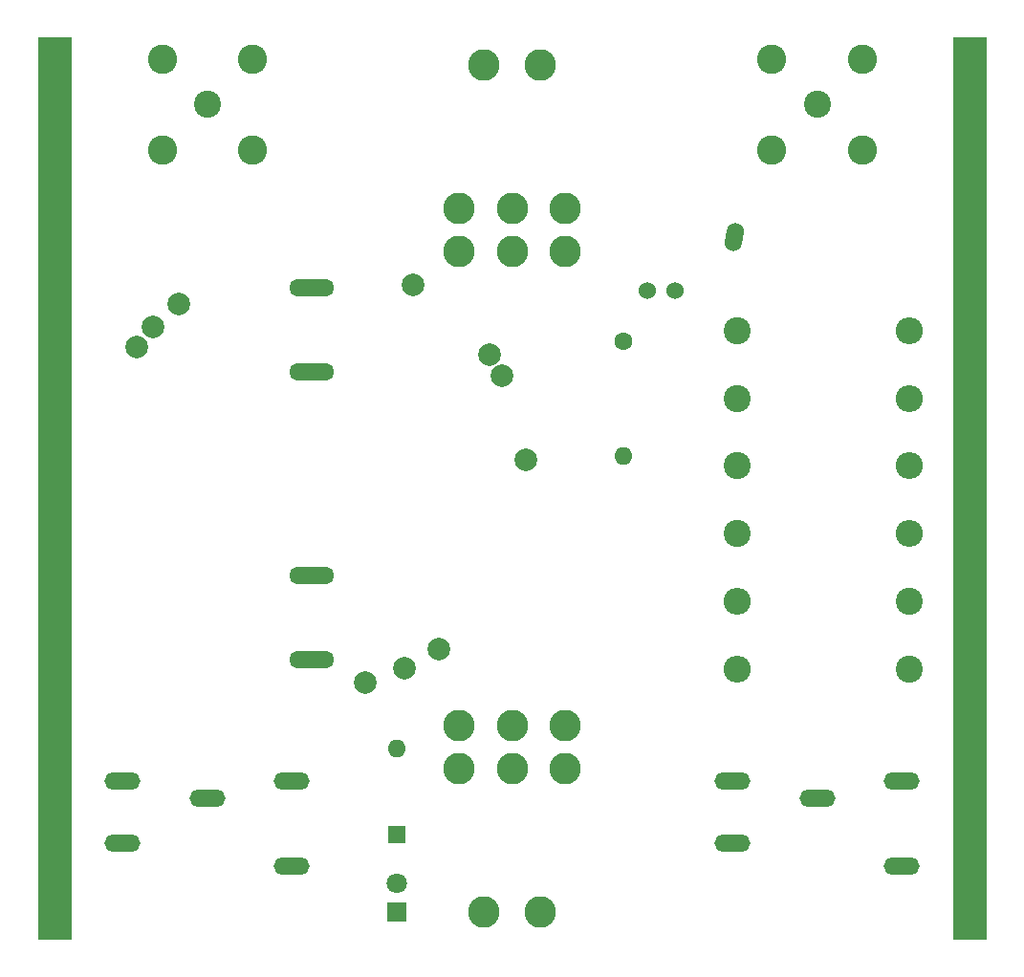
<source format=gbr>
%TF.GenerationSoftware,KiCad,Pcbnew,7.0.2*%
%TF.CreationDate,2023-07-09T20:18:23+08:00*%
%TF.ProjectId,z-match-2,7a2d6d61-7463-4682-9d32-2e6b69636164,rev?*%
%TF.SameCoordinates,Original*%
%TF.FileFunction,Soldermask,Bot*%
%TF.FilePolarity,Negative*%
%FSLAX46Y46*%
G04 Gerber Fmt 4.6, Leading zero omitted, Abs format (unit mm)*
G04 Created by KiCad (PCBNEW 7.0.2) date 2023-07-09 20:18:23*
%MOMM*%
%LPD*%
G01*
G04 APERTURE LIST*
G04 Aperture macros list*
%AMHorizOval*
0 Thick line with rounded ends*
0 $1 width*
0 $2 $3 position (X,Y) of the first rounded end (center of the circle)*
0 $4 $5 position (X,Y) of the second rounded end (center of the circle)*
0 Add line between two ends*
20,1,$1,$2,$3,$4,$5,0*
0 Add two circle primitives to create the rounded ends*
1,1,$1,$2,$3*
1,1,$1,$4,$5*%
G04 Aperture macros list end*
%ADD10R,1.600000X1.600000*%
%ADD11O,1.600000X1.600000*%
%ADD12O,3.175000X1.524000*%
%ADD13R,1.800000X1.800000*%
%ADD14C,1.800000*%
%ADD15C,2.400000*%
%ADD16O,2.400000X2.400000*%
%ADD17C,1.600000*%
%ADD18C,2.600000*%
%ADD19O,4.000000X1.500000*%
%ADD20C,2.000000*%
%ADD21C,2.800000*%
%ADD22C,1.524000*%
%ADD23HorizOval,1.524000X-0.088213X-0.500282X0.088213X0.500282X0*%
G04 APERTURE END LIST*
D10*
X89800000Y-130610000D03*
D11*
X89800000Y-122990000D03*
D12*
X73000000Y-127400000D03*
X80500000Y-125900000D03*
X80500000Y-133400000D03*
X65500000Y-125900000D03*
X65500000Y-131400000D03*
D13*
X89800000Y-137540000D03*
D14*
X89800000Y-135000000D03*
D15*
X119880000Y-92000000D03*
D16*
X135120000Y-92000000D03*
D17*
X109800000Y-86920000D03*
D11*
X109800000Y-97080000D03*
D15*
X119880000Y-104000000D03*
D16*
X135120000Y-104000000D03*
D12*
X127000000Y-127400000D03*
X134500000Y-125900000D03*
X134500000Y-133400000D03*
X119500000Y-125900000D03*
X119500000Y-131400000D03*
D15*
X119880000Y-86000000D03*
D16*
X135120000Y-86000000D03*
D15*
X127000000Y-66000000D03*
D18*
X123000000Y-62000000D03*
X123000000Y-70000000D03*
X131000000Y-62000000D03*
X131000000Y-70000000D03*
D15*
X73000000Y-66000000D03*
D18*
X69000000Y-62000000D03*
X69000000Y-70000000D03*
X77000000Y-62000000D03*
X77000000Y-70000000D03*
D15*
X119880000Y-98000000D03*
D16*
X135120000Y-98000000D03*
D19*
X82215000Y-82182500D03*
X82215000Y-89682500D03*
X82215000Y-107682500D03*
X82215000Y-115182500D03*
D20*
X93465000Y-114182500D03*
X98015000Y-88182500D03*
X99115000Y-89982500D03*
X66715000Y-87432500D03*
X68215000Y-85682500D03*
X86965000Y-117182500D03*
X101215000Y-97432500D03*
X91215000Y-81932500D03*
X90465000Y-115932500D03*
X70465000Y-83682500D03*
D21*
X102500000Y-62500000D03*
X97500000Y-62500000D03*
X104700000Y-79000000D03*
X100000000Y-79000000D03*
X95300000Y-79000000D03*
X104700000Y-75200000D03*
X100000000Y-75200000D03*
X95300000Y-75200000D03*
X97500000Y-137500000D03*
X102500000Y-137500000D03*
X95300000Y-121000000D03*
X100000000Y-121000000D03*
X104700000Y-121000000D03*
X95300000Y-124800000D03*
X100000000Y-124800000D03*
X104700000Y-124800000D03*
D15*
X135120000Y-116000000D03*
D16*
X119880000Y-116000000D03*
D22*
X114450000Y-82450000D03*
D23*
X119700000Y-77700000D03*
D22*
X111950000Y-82450000D03*
D15*
X135120000Y-110000000D03*
D16*
X119880000Y-110000000D03*
G36*
X141943039Y-60019685D02*
G01*
X141988794Y-60072489D01*
X142000000Y-60124000D01*
X142000000Y-139876000D01*
X141980315Y-139943039D01*
X141927511Y-139988794D01*
X141876000Y-140000000D01*
X139189000Y-140000000D01*
X139121961Y-139980315D01*
X139076206Y-139927511D01*
X139065000Y-139876000D01*
X139065000Y-60124000D01*
X139084685Y-60056961D01*
X139137489Y-60011206D01*
X139189000Y-60000000D01*
X141876000Y-60000000D01*
X141943039Y-60019685D01*
G37*
G36*
X60903039Y-60019685D02*
G01*
X60948794Y-60072489D01*
X60960000Y-60124000D01*
X60960000Y-139876000D01*
X60940315Y-139943039D01*
X60887511Y-139988794D01*
X60836000Y-140000000D01*
X58124000Y-140000000D01*
X58056961Y-139980315D01*
X58011206Y-139927511D01*
X58000000Y-139876000D01*
X58000000Y-60124000D01*
X58019685Y-60056961D01*
X58072489Y-60011206D01*
X58124000Y-60000000D01*
X60836000Y-60000000D01*
X60903039Y-60019685D01*
G37*
M02*

</source>
